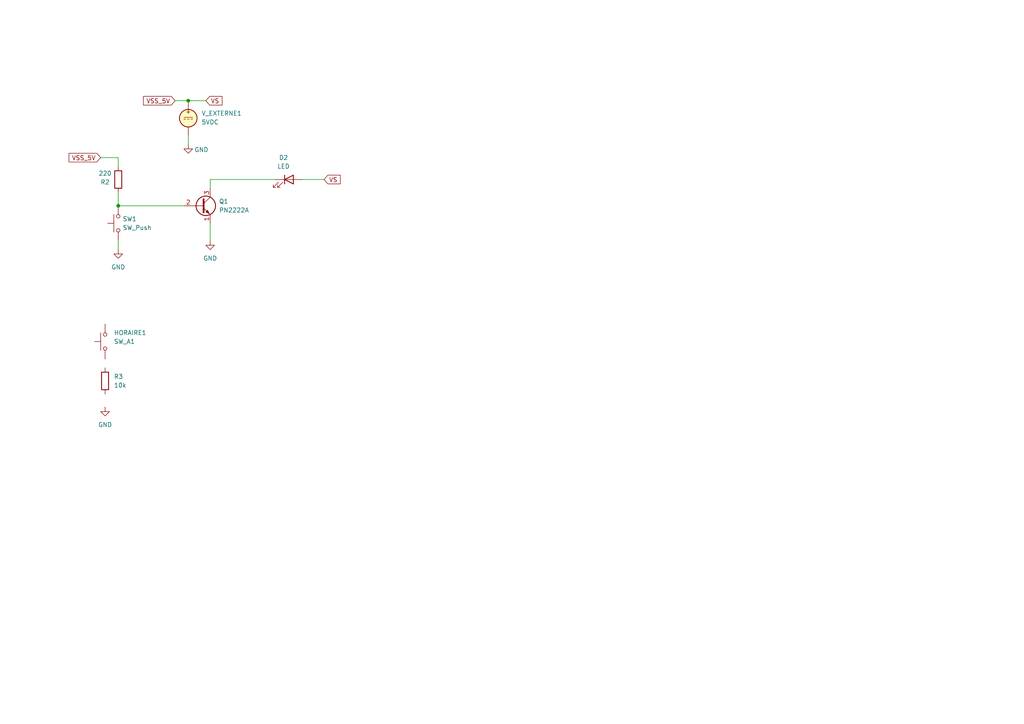
<source format=kicad_sch>
(kicad_sch
	(version 20250114)
	(generator "eeschema")
	(generator_version "9.0")
	(uuid "aaf9608a-5f64-4970-957a-9aef54098b9f")
	(paper "A4")
	(lib_symbols
		(symbol "Device:LED"
			(pin_numbers
				(hide yes)
			)
			(pin_names
				(offset 1.016)
				(hide yes)
			)
			(exclude_from_sim no)
			(in_bom yes)
			(on_board yes)
			(property "Reference" "D"
				(at 0 2.54 0)
				(effects
					(font
						(size 1.27 1.27)
					)
				)
			)
			(property "Value" "LED"
				(at 0 -2.54 0)
				(effects
					(font
						(size 1.27 1.27)
					)
				)
			)
			(property "Footprint" ""
				(at 0 0 0)
				(effects
					(font
						(size 1.27 1.27)
					)
					(hide yes)
				)
			)
			(property "Datasheet" "~"
				(at 0 0 0)
				(effects
					(font
						(size 1.27 1.27)
					)
					(hide yes)
				)
			)
			(property "Description" "Light emitting diode"
				(at 0 0 0)
				(effects
					(font
						(size 1.27 1.27)
					)
					(hide yes)
				)
			)
			(property "Sim.Pins" "1=K 2=A"
				(at 0 0 0)
				(effects
					(font
						(size 1.27 1.27)
					)
					(hide yes)
				)
			)
			(property "ki_keywords" "LED diode"
				(at 0 0 0)
				(effects
					(font
						(size 1.27 1.27)
					)
					(hide yes)
				)
			)
			(property "ki_fp_filters" "LED* LED_SMD:* LED_THT:*"
				(at 0 0 0)
				(effects
					(font
						(size 1.27 1.27)
					)
					(hide yes)
				)
			)
			(symbol "LED_0_1"
				(polyline
					(pts
						(xy -3.048 -0.762) (xy -4.572 -2.286) (xy -3.81 -2.286) (xy -4.572 -2.286) (xy -4.572 -1.524)
					)
					(stroke
						(width 0)
						(type default)
					)
					(fill
						(type none)
					)
				)
				(polyline
					(pts
						(xy -1.778 -0.762) (xy -3.302 -2.286) (xy -2.54 -2.286) (xy -3.302 -2.286) (xy -3.302 -1.524)
					)
					(stroke
						(width 0)
						(type default)
					)
					(fill
						(type none)
					)
				)
				(polyline
					(pts
						(xy -1.27 0) (xy 1.27 0)
					)
					(stroke
						(width 0)
						(type default)
					)
					(fill
						(type none)
					)
				)
				(polyline
					(pts
						(xy -1.27 -1.27) (xy -1.27 1.27)
					)
					(stroke
						(width 0.254)
						(type default)
					)
					(fill
						(type none)
					)
				)
				(polyline
					(pts
						(xy 1.27 -1.27) (xy 1.27 1.27) (xy -1.27 0) (xy 1.27 -1.27)
					)
					(stroke
						(width 0.254)
						(type default)
					)
					(fill
						(type none)
					)
				)
			)
			(symbol "LED_1_1"
				(pin passive line
					(at -3.81 0 0)
					(length 2.54)
					(name "K"
						(effects
							(font
								(size 1.27 1.27)
							)
						)
					)
					(number "1"
						(effects
							(font
								(size 1.27 1.27)
							)
						)
					)
				)
				(pin passive line
					(at 3.81 0 180)
					(length 2.54)
					(name "A"
						(effects
							(font
								(size 1.27 1.27)
							)
						)
					)
					(number "2"
						(effects
							(font
								(size 1.27 1.27)
							)
						)
					)
				)
			)
			(embedded_fonts no)
		)
		(symbol "Device:R"
			(pin_numbers
				(hide yes)
			)
			(pin_names
				(offset 0)
			)
			(exclude_from_sim no)
			(in_bom yes)
			(on_board yes)
			(property "Reference" "R"
				(at 2.032 0 90)
				(effects
					(font
						(size 1.27 1.27)
					)
				)
			)
			(property "Value" "R"
				(at 0 0 90)
				(effects
					(font
						(size 1.27 1.27)
					)
				)
			)
			(property "Footprint" ""
				(at -1.778 0 90)
				(effects
					(font
						(size 1.27 1.27)
					)
					(hide yes)
				)
			)
			(property "Datasheet" "~"
				(at 0 0 0)
				(effects
					(font
						(size 1.27 1.27)
					)
					(hide yes)
				)
			)
			(property "Description" "Resistor"
				(at 0 0 0)
				(effects
					(font
						(size 1.27 1.27)
					)
					(hide yes)
				)
			)
			(property "ki_keywords" "R res resistor"
				(at 0 0 0)
				(effects
					(font
						(size 1.27 1.27)
					)
					(hide yes)
				)
			)
			(property "ki_fp_filters" "R_*"
				(at 0 0 0)
				(effects
					(font
						(size 1.27 1.27)
					)
					(hide yes)
				)
			)
			(symbol "R_0_1"
				(rectangle
					(start -1.016 -2.54)
					(end 1.016 2.54)
					(stroke
						(width 0.254)
						(type default)
					)
					(fill
						(type none)
					)
				)
			)
			(symbol "R_1_1"
				(pin passive line
					(at 0 3.81 270)
					(length 1.27)
					(name "~"
						(effects
							(font
								(size 1.27 1.27)
							)
						)
					)
					(number "1"
						(effects
							(font
								(size 1.27 1.27)
							)
						)
					)
				)
				(pin passive line
					(at 0 -3.81 90)
					(length 1.27)
					(name "~"
						(effects
							(font
								(size 1.27 1.27)
							)
						)
					)
					(number "2"
						(effects
							(font
								(size 1.27 1.27)
							)
						)
					)
				)
			)
			(embedded_fonts no)
		)
		(symbol "Simulation_SPICE:VDC"
			(pin_numbers
				(hide yes)
			)
			(pin_names
				(offset 0.0254)
			)
			(exclude_from_sim no)
			(in_bom yes)
			(on_board yes)
			(property "Reference" "V"
				(at 2.54 2.54 0)
				(effects
					(font
						(size 1.27 1.27)
					)
					(justify left)
				)
			)
			(property "Value" "1"
				(at 2.54 0 0)
				(effects
					(font
						(size 1.27 1.27)
					)
					(justify left)
				)
			)
			(property "Footprint" ""
				(at 0 0 0)
				(effects
					(font
						(size 1.27 1.27)
					)
					(hide yes)
				)
			)
			(property "Datasheet" "https://ngspice.sourceforge.io/docs/ngspice-html-manual/manual.xhtml#sec_Independent_Sources_for"
				(at 0 0 0)
				(effects
					(font
						(size 1.27 1.27)
					)
					(hide yes)
				)
			)
			(property "Description" "Voltage source, DC"
				(at 0 0 0)
				(effects
					(font
						(size 1.27 1.27)
					)
					(hide yes)
				)
			)
			(property "Sim.Pins" "1=+ 2=-"
				(at 0 0 0)
				(effects
					(font
						(size 1.27 1.27)
					)
					(hide yes)
				)
			)
			(property "Sim.Type" "DC"
				(at 0 0 0)
				(effects
					(font
						(size 1.27 1.27)
					)
					(hide yes)
				)
			)
			(property "Sim.Device" "V"
				(at 0 0 0)
				(effects
					(font
						(size 1.27 1.27)
					)
					(justify left)
					(hide yes)
				)
			)
			(property "ki_keywords" "simulation"
				(at 0 0 0)
				(effects
					(font
						(size 1.27 1.27)
					)
					(hide yes)
				)
			)
			(symbol "VDC_0_0"
				(polyline
					(pts
						(xy -1.27 0.254) (xy 1.27 0.254)
					)
					(stroke
						(width 0)
						(type default)
					)
					(fill
						(type none)
					)
				)
				(polyline
					(pts
						(xy -0.762 -0.254) (xy -1.27 -0.254)
					)
					(stroke
						(width 0)
						(type default)
					)
					(fill
						(type none)
					)
				)
				(polyline
					(pts
						(xy 0.254 -0.254) (xy -0.254 -0.254)
					)
					(stroke
						(width 0)
						(type default)
					)
					(fill
						(type none)
					)
				)
				(polyline
					(pts
						(xy 1.27 -0.254) (xy 0.762 -0.254)
					)
					(stroke
						(width 0)
						(type default)
					)
					(fill
						(type none)
					)
				)
				(text "+"
					(at 0 1.905 0)
					(effects
						(font
							(size 1.27 1.27)
						)
					)
				)
			)
			(symbol "VDC_0_1"
				(circle
					(center 0 0)
					(radius 2.54)
					(stroke
						(width 0.254)
						(type default)
					)
					(fill
						(type background)
					)
				)
			)
			(symbol "VDC_1_1"
				(pin passive line
					(at 0 5.08 270)
					(length 2.54)
					(name "~"
						(effects
							(font
								(size 1.27 1.27)
							)
						)
					)
					(number "1"
						(effects
							(font
								(size 1.27 1.27)
							)
						)
					)
				)
				(pin passive line
					(at 0 -5.08 90)
					(length 2.54)
					(name "~"
						(effects
							(font
								(size 1.27 1.27)
							)
						)
					)
					(number "2"
						(effects
							(font
								(size 1.27 1.27)
							)
						)
					)
				)
			)
			(embedded_fonts no)
		)
		(symbol "Switch:SW_Push"
			(pin_numbers
				(hide yes)
			)
			(pin_names
				(offset 1.016)
				(hide yes)
			)
			(exclude_from_sim no)
			(in_bom yes)
			(on_board yes)
			(property "Reference" "SW"
				(at 1.27 2.54 0)
				(effects
					(font
						(size 1.27 1.27)
					)
					(justify left)
				)
			)
			(property "Value" "SW_Push"
				(at 0 -1.524 0)
				(effects
					(font
						(size 1.27 1.27)
					)
				)
			)
			(property "Footprint" ""
				(at 0 5.08 0)
				(effects
					(font
						(size 1.27 1.27)
					)
					(hide yes)
				)
			)
			(property "Datasheet" "~"
				(at 0 5.08 0)
				(effects
					(font
						(size 1.27 1.27)
					)
					(hide yes)
				)
			)
			(property "Description" "Push button switch, generic, two pins"
				(at 0 0 0)
				(effects
					(font
						(size 1.27 1.27)
					)
					(hide yes)
				)
			)
			(property "ki_keywords" "switch normally-open pushbutton push-button"
				(at 0 0 0)
				(effects
					(font
						(size 1.27 1.27)
					)
					(hide yes)
				)
			)
			(symbol "SW_Push_0_1"
				(circle
					(center -2.032 0)
					(radius 0.508)
					(stroke
						(width 0)
						(type default)
					)
					(fill
						(type none)
					)
				)
				(polyline
					(pts
						(xy 0 1.27) (xy 0 3.048)
					)
					(stroke
						(width 0)
						(type default)
					)
					(fill
						(type none)
					)
				)
				(circle
					(center 2.032 0)
					(radius 0.508)
					(stroke
						(width 0)
						(type default)
					)
					(fill
						(type none)
					)
				)
				(polyline
					(pts
						(xy 2.54 1.27) (xy -2.54 1.27)
					)
					(stroke
						(width 0)
						(type default)
					)
					(fill
						(type none)
					)
				)
				(pin passive line
					(at -5.08 0 0)
					(length 2.54)
					(name "1"
						(effects
							(font
								(size 1.27 1.27)
							)
						)
					)
					(number "1"
						(effects
							(font
								(size 1.27 1.27)
							)
						)
					)
				)
				(pin passive line
					(at 5.08 0 180)
					(length 2.54)
					(name "2"
						(effects
							(font
								(size 1.27 1.27)
							)
						)
					)
					(number "2"
						(effects
							(font
								(size 1.27 1.27)
							)
						)
					)
				)
			)
			(embedded_fonts no)
		)
		(symbol "Transistor_BJT:PN2222A"
			(pin_names
				(offset 0)
				(hide yes)
			)
			(exclude_from_sim no)
			(in_bom yes)
			(on_board yes)
			(property "Reference" "Q"
				(at 5.08 1.905 0)
				(effects
					(font
						(size 1.27 1.27)
					)
					(justify left)
				)
			)
			(property "Value" "PN2222A"
				(at 5.08 0 0)
				(effects
					(font
						(size 1.27 1.27)
					)
					(justify left)
				)
			)
			(property "Footprint" "Package_TO_SOT_THT:TO-92_Inline"
				(at 5.08 -1.905 0)
				(effects
					(font
						(size 1.27 1.27)
						(italic yes)
					)
					(justify left)
					(hide yes)
				)
			)
			(property "Datasheet" "https://www.onsemi.com/pub/Collateral/PN2222-D.PDF"
				(at 0 0 0)
				(effects
					(font
						(size 1.27 1.27)
					)
					(justify left)
					(hide yes)
				)
			)
			(property "Description" "1A Ic, 40V Vce, NPN Transistor, General Purpose Transistor, TO-92"
				(at 0 0 0)
				(effects
					(font
						(size 1.27 1.27)
					)
					(hide yes)
				)
			)
			(property "ki_keywords" "NPN Transistor"
				(at 0 0 0)
				(effects
					(font
						(size 1.27 1.27)
					)
					(hide yes)
				)
			)
			(property "ki_fp_filters" "TO?92*"
				(at 0 0 0)
				(effects
					(font
						(size 1.27 1.27)
					)
					(hide yes)
				)
			)
			(symbol "PN2222A_0_1"
				(polyline
					(pts
						(xy -2.54 0) (xy 0.635 0)
					)
					(stroke
						(width 0)
						(type default)
					)
					(fill
						(type none)
					)
				)
				(polyline
					(pts
						(xy 0.635 1.905) (xy 0.635 -1.905)
					)
					(stroke
						(width 0.508)
						(type default)
					)
					(fill
						(type none)
					)
				)
				(circle
					(center 1.27 0)
					(radius 2.8194)
					(stroke
						(width 0.254)
						(type default)
					)
					(fill
						(type none)
					)
				)
			)
			(symbol "PN2222A_1_1"
				(polyline
					(pts
						(xy 0.635 0.635) (xy 2.54 2.54)
					)
					(stroke
						(width 0)
						(type default)
					)
					(fill
						(type none)
					)
				)
				(polyline
					(pts
						(xy 0.635 -0.635) (xy 2.54 -2.54)
					)
					(stroke
						(width 0)
						(type default)
					)
					(fill
						(type none)
					)
				)
				(polyline
					(pts
						(xy 1.27 -1.778) (xy 1.778 -1.27) (xy 2.286 -2.286) (xy 1.27 -1.778)
					)
					(stroke
						(width 0)
						(type default)
					)
					(fill
						(type outline)
					)
				)
				(pin input line
					(at -5.08 0 0)
					(length 2.54)
					(name "B"
						(effects
							(font
								(size 1.27 1.27)
							)
						)
					)
					(number "2"
						(effects
							(font
								(size 1.27 1.27)
							)
						)
					)
				)
				(pin passive line
					(at 2.54 5.08 270)
					(length 2.54)
					(name "C"
						(effects
							(font
								(size 1.27 1.27)
							)
						)
					)
					(number "3"
						(effects
							(font
								(size 1.27 1.27)
							)
						)
					)
				)
				(pin passive line
					(at 2.54 -5.08 90)
					(length 2.54)
					(name "E"
						(effects
							(font
								(size 1.27 1.27)
							)
						)
					)
					(number "1"
						(effects
							(font
								(size 1.27 1.27)
							)
						)
					)
				)
			)
			(embedded_fonts no)
		)
		(symbol "power:GND"
			(power)
			(pin_numbers
				(hide yes)
			)
			(pin_names
				(offset 0)
				(hide yes)
			)
			(exclude_from_sim no)
			(in_bom yes)
			(on_board yes)
			(property "Reference" "#PWR"
				(at 0 -6.35 0)
				(effects
					(font
						(size 1.27 1.27)
					)
					(hide yes)
				)
			)
			(property "Value" "GND"
				(at 0 -3.81 0)
				(effects
					(font
						(size 1.27 1.27)
					)
				)
			)
			(property "Footprint" ""
				(at 0 0 0)
				(effects
					(font
						(size 1.27 1.27)
					)
					(hide yes)
				)
			)
			(property "Datasheet" ""
				(at 0 0 0)
				(effects
					(font
						(size 1.27 1.27)
					)
					(hide yes)
				)
			)
			(property "Description" "Power symbol creates a global label with name \"GND\" , ground"
				(at 0 0 0)
				(effects
					(font
						(size 1.27 1.27)
					)
					(hide yes)
				)
			)
			(property "ki_keywords" "global power"
				(at 0 0 0)
				(effects
					(font
						(size 1.27 1.27)
					)
					(hide yes)
				)
			)
			(symbol "GND_0_1"
				(polyline
					(pts
						(xy 0 0) (xy 0 -1.27) (xy 1.27 -1.27) (xy 0 -2.54) (xy -1.27 -1.27) (xy 0 -1.27)
					)
					(stroke
						(width 0)
						(type default)
					)
					(fill
						(type none)
					)
				)
			)
			(symbol "GND_1_1"
				(pin power_in line
					(at 0 0 270)
					(length 0)
					(name "~"
						(effects
							(font
								(size 1.27 1.27)
							)
						)
					)
					(number "1"
						(effects
							(font
								(size 1.27 1.27)
							)
						)
					)
				)
			)
			(embedded_fonts no)
		)
	)
	(junction
		(at 34.29 59.69)
		(diameter 0)
		(color 0 0 0 0)
		(uuid "246f0905-a75a-4422-a8d5-cc3a8526eb96")
	)
	(junction
		(at 54.61 29.21)
		(diameter 0)
		(color 0 0 0 0)
		(uuid "e0f4d348-0b9c-4645-8361-e6d26114e5e3")
	)
	(wire
		(pts
			(xy 29.21 45.72) (xy 34.29 45.72)
		)
		(stroke
			(width 0)
			(type default)
		)
		(uuid "1fea25b5-16c8-4288-97ed-2f1ec99db676")
	)
	(wire
		(pts
			(xy 87.63 52.07) (xy 93.98 52.07)
		)
		(stroke
			(width 0)
			(type default)
		)
		(uuid "32ee79ed-df87-469e-8f51-9041a9f1269b")
	)
	(wire
		(pts
			(xy 50.8 29.21) (xy 54.61 29.21)
		)
		(stroke
			(width 0)
			(type default)
		)
		(uuid "5cfc7716-f890-4224-9a9c-555941d8279b")
	)
	(wire
		(pts
			(xy 54.61 39.37) (xy 54.61 41.91)
		)
		(stroke
			(width 0)
			(type default)
		)
		(uuid "64dd6859-fec1-4868-93d5-fa215743018b")
	)
	(wire
		(pts
			(xy 34.29 72.39) (xy 34.29 69.85)
		)
		(stroke
			(width 0)
			(type default)
		)
		(uuid "682373d0-94be-4ab8-9f5f-6648c6e928c5")
	)
	(wire
		(pts
			(xy 34.29 45.72) (xy 34.29 48.26)
		)
		(stroke
			(width 0)
			(type default)
		)
		(uuid "90f442f2-0129-4e75-8f17-b00d1ef4c6f8")
	)
	(wire
		(pts
			(xy 54.61 29.21) (xy 59.69 29.21)
		)
		(stroke
			(width 0)
			(type default)
		)
		(uuid "9c07cc14-0b16-48f5-8c2e-24da21771a9e")
	)
	(wire
		(pts
			(xy 34.29 59.69) (xy 53.34 59.69)
		)
		(stroke
			(width 0)
			(type default)
		)
		(uuid "b485b69a-2240-41e3-876a-e2414adc5fb5")
	)
	(wire
		(pts
			(xy 60.96 64.77) (xy 60.96 69.85)
		)
		(stroke
			(width 0)
			(type default)
		)
		(uuid "c15c058c-49e1-473f-95ae-3d30dcfeddd5")
	)
	(wire
		(pts
			(xy 80.01 52.07) (xy 60.96 52.07)
		)
		(stroke
			(width 0)
			(type default)
		)
		(uuid "d93d68ce-9278-4d0a-b7a1-12db9e49a362")
	)
	(wire
		(pts
			(xy 60.96 52.07) (xy 60.96 54.61)
		)
		(stroke
			(width 0)
			(type default)
		)
		(uuid "df0025d1-4f30-4aae-ba76-a2993e1542b2")
	)
	(wire
		(pts
			(xy 34.29 55.88) (xy 34.29 59.69)
		)
		(stroke
			(width 0)
			(type default)
		)
		(uuid "e77beb04-d34a-4d36-8e87-1b0a7d7a5564")
	)
	(global_label "VS"
		(shape input)
		(at 59.69 29.21 0)
		(fields_autoplaced yes)
		(effects
			(font
				(size 1.27 1.27)
			)
			(justify left)
		)
		(uuid "37727c57-52ae-440a-99ee-94ca4a4c7904")
		(property "Intersheetrefs" "${INTERSHEET_REFS}"
			(at 64.9733 29.21 0)
			(effects
				(font
					(size 1.27 1.27)
				)
				(justify left)
				(hide yes)
			)
		)
	)
	(global_label "VSS_5V"
		(shape input)
		(at 29.21 45.72 180)
		(fields_autoplaced yes)
		(effects
			(font
				(size 1.27 1.27)
			)
			(justify right)
		)
		(uuid "81ebd275-58de-4284-b292-6ead98eee6b0")
		(property "Intersheetrefs" "${INTERSHEET_REFS}"
			(at 19.4515 45.72 0)
			(effects
				(font
					(size 1.27 1.27)
				)
				(justify right)
				(hide yes)
			)
		)
	)
	(global_label "VS"
		(shape input)
		(at 93.98 52.07 0)
		(fields_autoplaced yes)
		(effects
			(font
				(size 1.27 1.27)
			)
			(justify left)
		)
		(uuid "98288edd-200d-4036-8307-6c53029e671a")
		(property "Intersheetrefs" "${INTERSHEET_REFS}"
			(at 99.2633 52.07 0)
			(effects
				(font
					(size 1.27 1.27)
				)
				(justify left)
				(hide yes)
			)
		)
	)
	(global_label "VSS_5V"
		(shape input)
		(at 50.8 29.21 180)
		(fields_autoplaced yes)
		(effects
			(font
				(size 1.27 1.27)
			)
			(justify right)
		)
		(uuid "9b5f1791-e3f1-4bb4-b04d-71f740c7a069")
		(property "Intersheetrefs" "${INTERSHEET_REFS}"
			(at 41.0415 29.21 0)
			(effects
				(font
					(size 1.27 1.27)
				)
				(justify right)
				(hide yes)
			)
		)
	)
	(symbol
		(lib_id "Device:R")
		(at 30.48 110.49 0)
		(unit 1)
		(exclude_from_sim no)
		(in_bom yes)
		(on_board yes)
		(dnp no)
		(fields_autoplaced yes)
		(uuid "2f536df6-6391-493c-beaa-c450d0e7120d")
		(property "Reference" "R3"
			(at 33.02 109.2199 0)
			(effects
				(font
					(size 1.27 1.27)
				)
				(justify left)
			)
		)
		(property "Value" "10k"
			(at 33.02 111.7599 0)
			(effects
				(font
					(size 1.27 1.27)
				)
				(justify left)
			)
		)
		(property "Footprint" ""
			(at 28.702 110.49 90)
			(effects
				(font
					(size 1.27 1.27)
				)
				(hide yes)
			)
		)
		(property "Datasheet" "~"
			(at 30.48 110.49 0)
			(effects
				(font
					(size 1.27 1.27)
				)
				(hide yes)
			)
		)
		(property "Description" "Resistor"
			(at 30.48 110.49 0)
			(effects
				(font
					(size 1.27 1.27)
				)
				(hide yes)
			)
		)
		(pin "1"
			(uuid "55c3b5f4-b243-47eb-a8af-dbddfc7d39f9")
		)
		(pin "2"
			(uuid "5e55673f-0814-4a76-ab22-7c86f837d69e")
		)
		(instances
			(project "command_moteur_transistor_npn"
				(path "/aaf9608a-5f64-4970-957a-9aef54098b9f"
					(reference "R3")
					(unit 1)
				)
			)
		)
	)
	(symbol
		(lib_id "power:GND")
		(at 34.29 72.39 0)
		(unit 1)
		(exclude_from_sim no)
		(in_bom yes)
		(on_board yes)
		(dnp no)
		(fields_autoplaced yes)
		(uuid "3057eacb-3984-440f-a459-e391e1d93bea")
		(property "Reference" "#PWR02"
			(at 34.29 78.74 0)
			(effects
				(font
					(size 1.27 1.27)
				)
				(hide yes)
			)
		)
		(property "Value" "GND"
			(at 34.29 77.47 0)
			(effects
				(font
					(size 1.27 1.27)
				)
			)
		)
		(property "Footprint" ""
			(at 34.29 72.39 0)
			(effects
				(font
					(size 1.27 1.27)
				)
				(hide yes)
			)
		)
		(property "Datasheet" ""
			(at 34.29 72.39 0)
			(effects
				(font
					(size 1.27 1.27)
				)
				(hide yes)
			)
		)
		(property "Description" "Power symbol creates a global label with name \"GND\" , ground"
			(at 34.29 72.39 0)
			(effects
				(font
					(size 1.27 1.27)
				)
				(hide yes)
			)
		)
		(pin "1"
			(uuid "d0b14737-21ab-48d8-9bb0-da37a98c0a53")
		)
		(instances
			(project "command_moteur_transistor_npn"
				(path "/aaf9608a-5f64-4970-957a-9aef54098b9f"
					(reference "#PWR02")
					(unit 1)
				)
			)
		)
	)
	(symbol
		(lib_id "Transistor_BJT:PN2222A")
		(at 58.42 59.69 0)
		(unit 1)
		(exclude_from_sim no)
		(in_bom yes)
		(on_board yes)
		(dnp no)
		(fields_autoplaced yes)
		(uuid "43efe49d-761a-4e95-9676-246a5327f5ac")
		(property "Reference" "Q1"
			(at 63.5 58.4199 0)
			(effects
				(font
					(size 1.27 1.27)
				)
				(justify left)
			)
		)
		(property "Value" "PN2222A"
			(at 63.5 60.9599 0)
			(effects
				(font
					(size 1.27 1.27)
				)
				(justify left)
			)
		)
		(property "Footprint" "Package_TO_SOT_THT:TO-92_Inline"
			(at 63.5 61.595 0)
			(effects
				(font
					(size 1.27 1.27)
					(italic yes)
				)
				(justify left)
				(hide yes)
			)
		)
		(property "Datasheet" "https://www.onsemi.com/pub/Collateral/PN2222-D.PDF"
			(at 58.42 59.69 0)
			(effects
				(font
					(size 1.27 1.27)
				)
				(justify left)
				(hide yes)
			)
		)
		(property "Description" "1A Ic, 40V Vce, NPN Transistor, General Purpose Transistor, TO-92"
			(at 58.42 59.69 0)
			(effects
				(font
					(size 1.27 1.27)
				)
				(hide yes)
			)
		)
		(pin "3"
			(uuid "23d6ea2b-4731-464f-9bca-3a7bb0e4bda4")
		)
		(pin "1"
			(uuid "67b6542e-ad09-455f-b9ef-ed8a1fb760b0")
		)
		(pin "2"
			(uuid "6ceed1b3-484f-40e4-9782-09e4297a720c")
		)
		(instances
			(project ""
				(path "/aaf9608a-5f64-4970-957a-9aef54098b9f"
					(reference "Q1")
					(unit 1)
				)
			)
		)
	)
	(symbol
		(lib_id "power:GND")
		(at 54.61 41.91 0)
		(unit 1)
		(exclude_from_sim no)
		(in_bom yes)
		(on_board yes)
		(dnp no)
		(uuid "4e75a1bd-726c-49d7-a7b3-3c8522d690bd")
		(property "Reference" "#PWR06"
			(at 54.61 48.26 0)
			(effects
				(font
					(size 1.27 1.27)
				)
				(hide yes)
			)
		)
		(property "Value" "GND"
			(at 58.42 43.434 0)
			(effects
				(font
					(size 1.27 1.27)
				)
			)
		)
		(property "Footprint" ""
			(at 54.61 41.91 0)
			(effects
				(font
					(size 1.27 1.27)
				)
				(hide yes)
			)
		)
		(property "Datasheet" ""
			(at 54.61 41.91 0)
			(effects
				(font
					(size 1.27 1.27)
				)
				(hide yes)
			)
		)
		(property "Description" "Power symbol creates a global label with name \"GND\" , ground"
			(at 54.61 41.91 0)
			(effects
				(font
					(size 1.27 1.27)
				)
				(hide yes)
			)
		)
		(pin "1"
			(uuid "11de3472-ffef-4d64-a2eb-a6737f0c9a22")
		)
		(instances
			(project "command_moteur_transistor_npn"
				(path "/aaf9608a-5f64-4970-957a-9aef54098b9f"
					(reference "#PWR06")
					(unit 1)
				)
			)
		)
	)
	(symbol
		(lib_id "Switch:SW_Push")
		(at 30.48 99.06 90)
		(unit 1)
		(exclude_from_sim no)
		(in_bom yes)
		(on_board yes)
		(dnp no)
		(uuid "55d8ec85-9ce2-4a55-b017-6e899c08e380")
		(property "Reference" "HORAIRE1"
			(at 33.02 96.5199 90)
			(effects
				(font
					(size 1.27 1.27)
				)
				(justify right)
			)
		)
		(property "Value" "SW_A1"
			(at 33.02 99.0599 90)
			(effects
				(font
					(size 1.27 1.27)
				)
				(justify right)
			)
		)
		(property "Footprint" ""
			(at 25.4 99.06 0)
			(effects
				(font
					(size 1.27 1.27)
				)
				(hide yes)
			)
		)
		(property "Datasheet" "~"
			(at 25.4 99.06 0)
			(effects
				(font
					(size 1.27 1.27)
				)
				(hide yes)
			)
		)
		(property "Description" "Push button switch, generic, two pins"
			(at 30.48 99.06 0)
			(effects
				(font
					(size 1.27 1.27)
				)
				(hide yes)
			)
		)
		(pin "1"
			(uuid "da28f6ab-a8f0-46eb-9e98-a9e32d59250a")
		)
		(pin "2"
			(uuid "dbb88b23-3f1b-4592-93db-d39e837da151")
		)
		(instances
			(project "command_moteur_transistor_npn"
				(path "/aaf9608a-5f64-4970-957a-9aef54098b9f"
					(reference "HORAIRE1")
					(unit 1)
				)
			)
		)
	)
	(symbol
		(lib_id "power:GND")
		(at 30.48 118.11 0)
		(unit 1)
		(exclude_from_sim no)
		(in_bom yes)
		(on_board yes)
		(dnp no)
		(fields_autoplaced yes)
		(uuid "8743f743-dde2-45dc-909e-971a91e80cf0")
		(property "Reference" "#PWR05"
			(at 30.48 124.46 0)
			(effects
				(font
					(size 1.27 1.27)
				)
				(hide yes)
			)
		)
		(property "Value" "GND"
			(at 30.48 123.19 0)
			(effects
				(font
					(size 1.27 1.27)
				)
			)
		)
		(property "Footprint" ""
			(at 30.48 118.11 0)
			(effects
				(font
					(size 1.27 1.27)
				)
				(hide yes)
			)
		)
		(property "Datasheet" ""
			(at 30.48 118.11 0)
			(effects
				(font
					(size 1.27 1.27)
				)
				(hide yes)
			)
		)
		(property "Description" "Power symbol creates a global label with name \"GND\" , ground"
			(at 30.48 118.11 0)
			(effects
				(font
					(size 1.27 1.27)
				)
				(hide yes)
			)
		)
		(pin "1"
			(uuid "e064874e-3af6-4270-9bf3-ab3ba29a17f7")
		)
		(instances
			(project "command_moteur_transistor_npn"
				(path "/aaf9608a-5f64-4970-957a-9aef54098b9f"
					(reference "#PWR05")
					(unit 1)
				)
			)
		)
	)
	(symbol
		(lib_id "Device:LED")
		(at 83.82 52.07 0)
		(unit 1)
		(exclude_from_sim no)
		(in_bom yes)
		(on_board yes)
		(dnp no)
		(fields_autoplaced yes)
		(uuid "b0611251-5ab7-4f78-9951-35fd4606f17c")
		(property "Reference" "D2"
			(at 82.2325 45.72 0)
			(effects
				(font
					(size 1.27 1.27)
				)
			)
		)
		(property "Value" "LED"
			(at 82.2325 48.26 0)
			(effects
				(font
					(size 1.27 1.27)
				)
			)
		)
		(property "Footprint" ""
			(at 83.82 52.07 0)
			(effects
				(font
					(size 1.27 1.27)
				)
				(hide yes)
			)
		)
		(property "Datasheet" "~"
			(at 83.82 52.07 0)
			(effects
				(font
					(size 1.27 1.27)
				)
				(hide yes)
			)
		)
		(property "Description" "Light emitting diode"
			(at 83.82 52.07 0)
			(effects
				(font
					(size 1.27 1.27)
				)
				(hide yes)
			)
		)
		(property "Sim.Pins" "1=K 2=A"
			(at 83.82 52.07 0)
			(effects
				(font
					(size 1.27 1.27)
				)
				(hide yes)
			)
		)
		(pin "1"
			(uuid "f7ffb5cc-0eca-46d1-b645-53ac689fae2b")
		)
		(pin "2"
			(uuid "feb325c1-02ca-41b7-a66e-f1f19af4b8f4")
		)
		(instances
			(project ""
				(path "/aaf9608a-5f64-4970-957a-9aef54098b9f"
					(reference "D2")
					(unit 1)
				)
			)
		)
	)
	(symbol
		(lib_id "Device:R")
		(at 34.29 52.07 180)
		(unit 1)
		(exclude_from_sim no)
		(in_bom yes)
		(on_board yes)
		(dnp no)
		(uuid "bab387b6-dd1f-4865-9c37-f152020238c5")
		(property "Reference" "R2"
			(at 30.48 52.832 0)
			(effects
				(font
					(size 1.27 1.27)
				)
			)
		)
		(property "Value" "220"
			(at 30.48 50.292 0)
			(effects
				(font
					(size 1.27 1.27)
				)
			)
		)
		(property "Footprint" ""
			(at 36.068 52.07 90)
			(effects
				(font
					(size 1.27 1.27)
				)
				(hide yes)
			)
		)
		(property "Datasheet" "~"
			(at 34.29 52.07 0)
			(effects
				(font
					(size 1.27 1.27)
				)
				(hide yes)
			)
		)
		(property "Description" "Resistor"
			(at 34.29 52.07 0)
			(effects
				(font
					(size 1.27 1.27)
				)
				(hide yes)
			)
		)
		(pin "1"
			(uuid "f9f7aed0-ca3f-4da3-8807-c81da485b981")
		)
		(pin "2"
			(uuid "232767cf-6824-4f52-b9d5-e4278de34986")
		)
		(instances
			(project "command_moteur_transistor_npn"
				(path "/aaf9608a-5f64-4970-957a-9aef54098b9f"
					(reference "R2")
					(unit 1)
				)
			)
		)
	)
	(symbol
		(lib_id "Simulation_SPICE:VDC")
		(at 54.61 34.29 0)
		(unit 1)
		(exclude_from_sim no)
		(in_bom yes)
		(on_board yes)
		(dnp no)
		(fields_autoplaced yes)
		(uuid "bd7e0299-23f8-4c5d-824f-1324e14d3d4d")
		(property "Reference" "V_EXTERNE1"
			(at 58.42 32.8901 0)
			(effects
				(font
					(size 1.27 1.27)
				)
				(justify left)
			)
		)
		(property "Value" "5VDC"
			(at 58.42 35.4301 0)
			(effects
				(font
					(size 1.27 1.27)
				)
				(justify left)
			)
		)
		(property "Footprint" ""
			(at 54.61 34.29 0)
			(effects
				(font
					(size 1.27 1.27)
				)
				(hide yes)
			)
		)
		(property "Datasheet" "https://ngspice.sourceforge.io/docs/ngspice-html-manual/manual.xhtml#sec_Independent_Sources_for"
			(at 54.61 34.29 0)
			(effects
				(font
					(size 1.27 1.27)
				)
				(hide yes)
			)
		)
		(property "Description" "Voltage source, DC"
			(at 54.61 34.29 0)
			(effects
				(font
					(size 1.27 1.27)
				)
				(hide yes)
			)
		)
		(property "Sim.Pins" "1=+ 2=-"
			(at 54.61 34.29 0)
			(effects
				(font
					(size 1.27 1.27)
				)
				(hide yes)
			)
		)
		(property "Sim.Type" "DC"
			(at 54.61 34.29 0)
			(effects
				(font
					(size 1.27 1.27)
				)
				(hide yes)
			)
		)
		(property "Sim.Device" "V"
			(at 54.61 34.29 0)
			(effects
				(font
					(size 1.27 1.27)
				)
				(justify left)
				(hide yes)
			)
		)
		(pin "1"
			(uuid "e3e262cd-fb0e-49cd-8a1b-66cee13c2f6b")
		)
		(pin "2"
			(uuid "94c7bd5a-5918-4160-926c-972bb80c43aa")
		)
		(instances
			(project "command_moteur_transistor_npn"
				(path "/aaf9608a-5f64-4970-957a-9aef54098b9f"
					(reference "V_EXTERNE1")
					(unit 1)
				)
			)
		)
	)
	(symbol
		(lib_id "power:GND")
		(at 60.96 69.85 0)
		(unit 1)
		(exclude_from_sim no)
		(in_bom yes)
		(on_board yes)
		(dnp no)
		(fields_autoplaced yes)
		(uuid "c3f7b22b-865d-4f67-8f67-0abcb838af54")
		(property "Reference" "#PWR01"
			(at 60.96 76.2 0)
			(effects
				(font
					(size 1.27 1.27)
				)
				(hide yes)
			)
		)
		(property "Value" "GND"
			(at 60.96 74.93 0)
			(effects
				(font
					(size 1.27 1.27)
				)
			)
		)
		(property "Footprint" ""
			(at 60.96 69.85 0)
			(effects
				(font
					(size 1.27 1.27)
				)
				(hide yes)
			)
		)
		(property "Datasheet" ""
			(at 60.96 69.85 0)
			(effects
				(font
					(size 1.27 1.27)
				)
				(hide yes)
			)
		)
		(property "Description" "Power symbol creates a global label with name \"GND\" , ground"
			(at 60.96 69.85 0)
			(effects
				(font
					(size 1.27 1.27)
				)
				(hide yes)
			)
		)
		(pin "1"
			(uuid "ceb3fa05-54f2-49ef-af34-f589794b050d")
		)
		(instances
			(project ""
				(path "/aaf9608a-5f64-4970-957a-9aef54098b9f"
					(reference "#PWR01")
					(unit 1)
				)
			)
		)
	)
	(symbol
		(lib_id "Switch:SW_Push")
		(at 34.29 64.77 90)
		(unit 1)
		(exclude_from_sim no)
		(in_bom yes)
		(on_board yes)
		(dnp no)
		(fields_autoplaced yes)
		(uuid "ef51069d-fd0e-4499-a5b7-ec64e650a3e0")
		(property "Reference" "SW1"
			(at 35.56 63.4999 90)
			(effects
				(font
					(size 1.27 1.27)
				)
				(justify right)
			)
		)
		(property "Value" "SW_Push"
			(at 35.56 66.0399 90)
			(effects
				(font
					(size 1.27 1.27)
				)
				(justify right)
			)
		)
		(property "Footprint" ""
			(at 29.21 64.77 0)
			(effects
				(font
					(size 1.27 1.27)
				)
				(hide yes)
			)
		)
		(property "Datasheet" "~"
			(at 29.21 64.77 0)
			(effects
				(font
					(size 1.27 1.27)
				)
				(hide yes)
			)
		)
		(property "Description" "Push button switch, generic, two pins"
			(at 34.29 64.77 0)
			(effects
				(font
					(size 1.27 1.27)
				)
				(hide yes)
			)
		)
		(pin "1"
			(uuid "0bcaedeb-ff12-4d17-94a6-140d4e38c2d6")
		)
		(pin "2"
			(uuid "c382f51d-6a58-43d2-8316-060c492a3a9f")
		)
		(instances
			(project ""
				(path "/aaf9608a-5f64-4970-957a-9aef54098b9f"
					(reference "SW1")
					(unit 1)
				)
			)
		)
	)
	(sheet_instances
		(path "/"
			(page "1")
		)
	)
	(embedded_fonts no)
)

</source>
